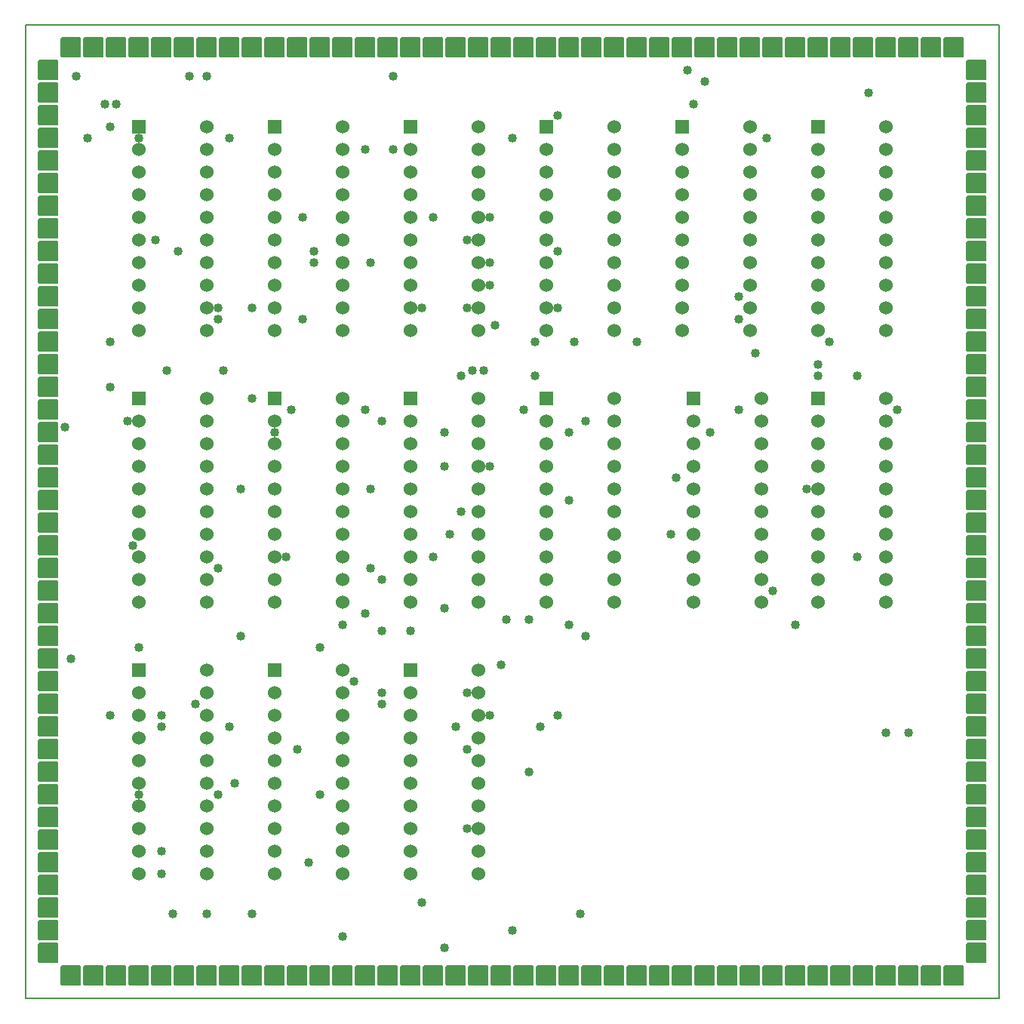
<source format=gbr>
G04 PROTEUS GERBER X2 FILE*
%TF.GenerationSoftware,Labcenter,Proteus,8.13-SP0-Build31525*%
%TF.CreationDate,2022-07-18T16:48:07+00:00*%
%TF.FileFunction,Soldermask,Bot*%
%TF.FilePolarity,Negative*%
%TF.Part,Single*%
%TF.SameCoordinates,{41493df7-e33e-458f-ac9c-d164e56dbbe3}*%
%FSLAX45Y45*%
%MOMM*%
G01*
%TA.AperFunction,Material*%
%ADD17C,1.016000*%
%AMPPAD008*
4,1,36,
-1.016000,1.143000,
1.016000,1.143000,
1.041970,1.140470,
1.065980,1.133200,
1.087580,1.121650,
1.106290,1.106290,
1.121650,1.087570,
1.133200,1.065980,
1.140470,1.041970,
1.143000,1.016000,
1.143000,-1.016000,
1.140470,-1.041970,
1.133200,-1.065980,
1.121650,-1.087570,
1.106290,-1.106290,
1.087580,-1.121650,
1.065980,-1.133200,
1.041970,-1.140470,
1.016000,-1.143000,
-1.016000,-1.143000,
-1.041970,-1.140470,
-1.065980,-1.133200,
-1.087580,-1.121650,
-1.106290,-1.106290,
-1.121650,-1.087570,
-1.133200,-1.065980,
-1.140470,-1.041970,
-1.143000,-1.016000,
-1.143000,1.016000,
-1.140470,1.041970,
-1.133200,1.065980,
-1.121650,1.087570,
-1.106290,1.106290,
-1.087580,1.121650,
-1.065980,1.133200,
-1.041970,1.140470,
-1.016000,1.143000,
0*%
%TA.AperFunction,Material*%
%ADD18PPAD008*%
%AMPPAD009*
4,1,36,
1.143000,1.016000,
1.143000,-1.016000,
1.140470,-1.041970,
1.133200,-1.065980,
1.121650,-1.087580,
1.106290,-1.106290,
1.087570,-1.121650,
1.065980,-1.133200,
1.041970,-1.140470,
1.016000,-1.143000,
-1.016000,-1.143000,
-1.041970,-1.140470,
-1.065980,-1.133200,
-1.087570,-1.121650,
-1.106290,-1.106290,
-1.121650,-1.087580,
-1.133200,-1.065980,
-1.140470,-1.041970,
-1.143000,-1.016000,
-1.143000,1.016000,
-1.140470,1.041970,
-1.133200,1.065980,
-1.121650,1.087580,
-1.106290,1.106290,
-1.087570,1.121650,
-1.065980,1.133200,
-1.041970,1.140470,
-1.016000,1.143000,
1.016000,1.143000,
1.041970,1.140470,
1.065980,1.133200,
1.087570,1.121650,
1.106290,1.106290,
1.121650,1.087580,
1.133200,1.065980,
1.140470,1.041970,
1.143000,1.016000,
0*%
%ADD19PPAD009*%
%AMPPAD010*
4,1,36,
0.762000,0.635000,
0.762000,-0.635000,
0.759470,-0.660970,
0.752200,-0.684980,
0.740650,-0.706580,
0.725290,-0.725290,
0.706570,-0.740650,
0.684980,-0.752200,
0.660970,-0.759470,
0.635000,-0.762000,
-0.635000,-0.762000,
-0.660970,-0.759470,
-0.684980,-0.752200,
-0.706570,-0.740650,
-0.725290,-0.725290,
-0.740650,-0.706580,
-0.752200,-0.684980,
-0.759470,-0.660970,
-0.762000,-0.635000,
-0.762000,0.635000,
-0.759470,0.660970,
-0.752200,0.684980,
-0.740650,0.706580,
-0.725290,0.725290,
-0.706570,0.740650,
-0.684980,0.752200,
-0.660970,0.759470,
-0.635000,0.762000,
0.635000,0.762000,
0.660970,0.759470,
0.684980,0.752200,
0.706570,0.740650,
0.725290,0.725290,
0.740650,0.706580,
0.752200,0.684980,
0.759470,0.660970,
0.762000,0.635000,
0*%
%TA.AperFunction,Material*%
%ADD70PPAD010*%
%ADD71C,1.524000*%
%TA.AperFunction,Profile*%
%ADD15C,0.203200*%
%TD.AperFunction*%
D17*
X-571500Y+1270000D03*
X-2667000Y+635000D03*
X-444500Y+1333500D03*
X-2476500Y+889000D03*
X-3048000Y+0D03*
X-2159000Y-1778000D03*
X-127000Y-1968500D03*
X-2540000Y-762000D03*
X-762000Y-1333500D03*
X-1460500Y-1016000D03*
X-1587500Y-889000D03*
X-1587500Y+0D03*
X-1905000Y-1524000D03*
X-3111500Y-3302000D03*
X-2286000Y-4191000D03*
X+1778000Y-508000D03*
X+2921000Y-1143000D03*
X+3175000Y-1524000D03*
X+2540000Y+2159000D03*
X+2540000Y+1905000D03*
X+2730500Y+1524000D03*
X+508000Y+2667000D03*
X+508000Y+4191000D03*
X-4445000Y+4318000D03*
X-4000500Y+2794000D03*
X-1587500Y+2540000D03*
X-254000Y+2286000D03*
X-254000Y+3048000D03*
X-2349500Y+1905000D03*
X-2222500Y+2540000D03*
X-2349500Y+3048000D03*
X-2413000Y-2921000D03*
X-2159000Y-3429000D03*
X-1905000Y-5016500D03*
X-4191000Y-3429000D03*
X-3175000Y-2667000D03*
X-3937000Y-2667000D03*
X-3302000Y-889000D03*
X-3048000Y-1651000D03*
X-3302000Y-3429000D03*
X-3937000Y-4064000D03*
X-2222500Y+2667000D03*
X-2921000Y+2032000D03*
X-3302000Y+2032000D03*
X-3238500Y+1333500D03*
X-3873500Y+1333500D03*
X-3810000Y-4762500D03*
X-3429000Y-4762500D03*
X-3937000Y-2540000D03*
X-4254500Y-635000D03*
X-4318000Y+762000D03*
X-2921000Y-4762500D03*
X+762000Y-4762500D03*
X+825500Y-1651000D03*
X+825500Y+762000D03*
X-3556000Y-2413000D03*
X-4508500Y-2540000D03*
X+0Y+3937000D03*
X-1460500Y+762000D03*
X-1460500Y-2286000D03*
X+127000Y+889000D03*
X+2222500Y+635000D03*
X+3873500Y+1270000D03*
X+254000Y+1270000D03*
X+3429000Y+1270000D03*
X+635000Y+635000D03*
X-635000Y-2667000D03*
X+635000Y-1524000D03*
X+317500Y-2667000D03*
X-762000Y+254000D03*
X-762000Y+635000D03*
X-1651000Y+3810000D03*
X-1333500Y+3810000D03*
X-1333500Y+4635500D03*
X+1968500Y+4699000D03*
X+1841500Y+127000D03*
X+3302000Y+0D03*
X-889000Y+3048000D03*
X-508000Y+2794000D03*
X-1016000Y+2032000D03*
X-508000Y+2032000D03*
X+3429000Y+1397000D03*
X-317500Y+1333500D03*
X-508000Y-2921000D03*
X+190500Y-3175000D03*
X+190500Y-1460500D03*
X-63500Y-1460500D03*
X-571500Y-254000D03*
X-762000Y-5143500D03*
X-254000Y+2540000D03*
X+698500Y+1651000D03*
X+1397000Y+1651000D03*
X+3556000Y+1651000D03*
X-254000Y-2540000D03*
X-698500Y-508000D03*
X+508000Y-2540000D03*
X-254000Y+254000D03*
X+0Y-4953000D03*
X+3873500Y-762000D03*
X-889000Y-762000D03*
X-508000Y-3810000D03*
X+635000Y-127000D03*
X-1460500Y-2413000D03*
X-1016000Y-4635500D03*
X-1460500Y-1587500D03*
X-3937000Y-4318000D03*
X+4318000Y+889000D03*
X-1651000Y-1397000D03*
X-1143000Y-1587500D03*
X-4191000Y+3937000D03*
X-4762500Y+3937000D03*
X-4572000Y+4318000D03*
X-3175000Y+3937000D03*
X-4508500Y+4064000D03*
X+2857500Y+3937000D03*
X-4508500Y+1143000D03*
X-4508500Y+1651000D03*
X+254000Y+1651000D03*
X-3619500Y+4635500D03*
X-4889500Y+4635500D03*
X+508000Y+2032000D03*
X-190500Y+1841500D03*
X-1651000Y+889000D03*
X-3429000Y+4635500D03*
X-3746500Y+2667000D03*
X-3302000Y+1905000D03*
X-4953000Y-1905000D03*
X-508000Y-2286000D03*
X-5016500Y+698500D03*
X-4191000Y-1778000D03*
X-1778000Y-2159000D03*
X+2159000Y+4572000D03*
X+4000500Y+4445000D03*
X+2032000Y+4318000D03*
X+2540000Y+889000D03*
X+4445000Y-2730500D03*
X+4191000Y-2730500D03*
X-2921000Y+1016000D03*
D18*
X-2921000Y+4953000D03*
X-2667000Y+4953000D03*
X-2413000Y+4953000D03*
X-2159000Y+4953000D03*
X-1905000Y+4953000D03*
X-1651000Y+4953000D03*
X-1397000Y+4953000D03*
X-1143000Y+4953000D03*
X-889000Y+4953000D03*
X-635000Y+4953000D03*
X-381000Y+4953000D03*
X-127000Y+4953000D03*
X+127000Y+4953000D03*
X+381000Y+4953000D03*
X+635000Y+4953000D03*
X+889000Y+4953000D03*
X+1143000Y+4953000D03*
X+1397000Y+4953000D03*
X+1651000Y+4953000D03*
X+1905000Y+4953000D03*
X+2159000Y+4953000D03*
X+2413000Y+4953000D03*
X+2667000Y+4953000D03*
X+2921000Y+4953000D03*
X+3175000Y+4953000D03*
X+3429000Y+4953000D03*
X+3683000Y+4953000D03*
X+3937000Y+4953000D03*
X+4191000Y+4953000D03*
X+4445000Y+4953000D03*
X+4699000Y+4953000D03*
X+4953000Y+4953000D03*
X-4953000Y+4953000D03*
X-4699000Y+4953000D03*
X-4445000Y+4953000D03*
X-4191000Y+4953000D03*
X-3937000Y+4953000D03*
X-3683000Y+4953000D03*
X-3429000Y+4953000D03*
X-3175000Y+4953000D03*
X-4953000Y-5461000D03*
X-4699000Y-5461000D03*
X-4445000Y-5461000D03*
X-4191000Y-5461000D03*
X-3937000Y-5461000D03*
X-3683000Y-5461000D03*
X-3429000Y-5461000D03*
X-3175000Y-5461000D03*
X-2921000Y-5461000D03*
X-2667000Y-5461000D03*
X-2413000Y-5461000D03*
X-2159000Y-5461000D03*
X-1905000Y-5461000D03*
X-1651000Y-5461000D03*
X-1397000Y-5461000D03*
X-1143000Y-5461000D03*
X-889000Y-5461000D03*
X-635000Y-5461000D03*
X-381000Y-5461000D03*
X-127000Y-5461000D03*
X+127000Y-5461000D03*
X+381000Y-5461000D03*
X+635000Y-5461000D03*
X+889000Y-5461000D03*
X+1143000Y-5461000D03*
X+1397000Y-5461000D03*
X+1651000Y-5461000D03*
X+1905000Y-5461000D03*
X+2159000Y-5461000D03*
X+2413000Y-5461000D03*
X+2667000Y-5461000D03*
X+2921000Y-5461000D03*
X+3175000Y-5461000D03*
X+3429000Y-5461000D03*
X+3683000Y-5461000D03*
X+3937000Y-5461000D03*
X+4191000Y-5461000D03*
X+4445000Y-5461000D03*
X+4699000Y-5461000D03*
X+4953000Y-5461000D03*
D19*
X-5207000Y+4699000D03*
X-5207000Y+4445000D03*
X-5207000Y+4191000D03*
X-5207000Y+3937000D03*
X-5207000Y+3683000D03*
X-5207000Y+3429000D03*
X-5207000Y+3175000D03*
X-5207000Y+2921000D03*
X-5207000Y+2667000D03*
X-5207000Y+2413000D03*
X-5207000Y+2159000D03*
X-5207000Y+1905000D03*
X-5207000Y+1651000D03*
X-5207000Y+1397000D03*
X-5207000Y+1143000D03*
X-5207000Y+889000D03*
X-5207000Y+635000D03*
X-5207000Y+381000D03*
X-5207000Y+127000D03*
X-5207000Y-127000D03*
X-5207000Y-381000D03*
X-5207000Y-635000D03*
X-5207000Y-889000D03*
X-5207000Y-1143000D03*
X-5207000Y-1397000D03*
X-5207000Y-1651000D03*
X-5207000Y-1905000D03*
X-5207000Y-2159000D03*
X-5207000Y-2413000D03*
X-5207000Y-2667000D03*
X-5207000Y-2921000D03*
X-5207000Y-3175000D03*
X-5207000Y-3429000D03*
X-5207000Y-3683000D03*
X-5207000Y-3937000D03*
X-5207000Y-4191000D03*
X-5207000Y-4445000D03*
X-5207000Y-4699000D03*
X-5207000Y-4953000D03*
X-5207000Y-5207000D03*
X+5207000Y+4699000D03*
X+5207000Y+4445000D03*
X+5207000Y+4191000D03*
X+5207000Y+3937000D03*
X+5207000Y+3683000D03*
X+5207000Y+3429000D03*
X+5207000Y+3175000D03*
X+5207000Y+2921000D03*
X+5207000Y+2667000D03*
X+5207000Y+2413000D03*
X+5207000Y+2159000D03*
X+5207000Y+1905000D03*
X+5207000Y+1651000D03*
X+5207000Y+1397000D03*
X+5207000Y+1143000D03*
X+5207000Y+889000D03*
X+5207000Y+635000D03*
X+5207000Y+381000D03*
X+5207000Y+127000D03*
X+5207000Y-127000D03*
X+5207000Y-381000D03*
X+5207000Y-635000D03*
X+5207000Y-889000D03*
X+5207000Y-1143000D03*
X+5207000Y-1397000D03*
X+5207000Y-1651000D03*
X+5207000Y-1905000D03*
X+5207000Y-2159000D03*
X+5207000Y-2413000D03*
X+5207000Y-2667000D03*
X+5207000Y-2921000D03*
X+5207000Y-3175000D03*
X+5207000Y-3429000D03*
X+5207000Y-3683000D03*
X+5207000Y-3937000D03*
X+5207000Y-4191000D03*
X+5207000Y-4445000D03*
X+5207000Y-4699000D03*
X+5207000Y-4953000D03*
X+5207000Y-5207000D03*
D70*
X-2667000Y+4064000D03*
D71*
X-2667000Y+3810000D03*
X-2667000Y+3556000D03*
X-2667000Y+3302000D03*
X-2667000Y+3048000D03*
X-2667000Y+2794000D03*
X-2667000Y+2540000D03*
X-2667000Y+2286000D03*
X-2667000Y+2032000D03*
X-2667000Y+1778000D03*
X-1905000Y+1778000D03*
X-1905000Y+2032000D03*
X-1905000Y+2286000D03*
X-1905000Y+2540000D03*
X-1905000Y+2794000D03*
X-1905000Y+3048000D03*
X-1905000Y+3302000D03*
X-1905000Y+3556000D03*
X-1905000Y+3810000D03*
X-1905000Y+4064000D03*
D70*
X-4191000Y+4064000D03*
D71*
X-4191000Y+3810000D03*
X-4191000Y+3556000D03*
X-4191000Y+3302000D03*
X-4191000Y+3048000D03*
X-4191000Y+2794000D03*
X-4191000Y+2540000D03*
X-4191000Y+2286000D03*
X-4191000Y+2032000D03*
X-4191000Y+1778000D03*
X-3429000Y+1778000D03*
X-3429000Y+2032000D03*
X-3429000Y+2286000D03*
X-3429000Y+2540000D03*
X-3429000Y+2794000D03*
X-3429000Y+3048000D03*
X-3429000Y+3302000D03*
X-3429000Y+3556000D03*
X-3429000Y+3810000D03*
X-3429000Y+4064000D03*
D70*
X-1143000Y+4064000D03*
D71*
X-1143000Y+3810000D03*
X-1143000Y+3556000D03*
X-1143000Y+3302000D03*
X-1143000Y+3048000D03*
X-1143000Y+2794000D03*
X-1143000Y+2540000D03*
X-1143000Y+2286000D03*
X-1143000Y+2032000D03*
X-1143000Y+1778000D03*
X-381000Y+1778000D03*
X-381000Y+2032000D03*
X-381000Y+2286000D03*
X-381000Y+2540000D03*
X-381000Y+2794000D03*
X-381000Y+3048000D03*
X-381000Y+3302000D03*
X-381000Y+3556000D03*
X-381000Y+3810000D03*
X-381000Y+4064000D03*
D70*
X-2667000Y+1016000D03*
D71*
X-2667000Y+762000D03*
X-2667000Y+508000D03*
X-2667000Y+254000D03*
X-2667000Y+0D03*
X-2667000Y-254000D03*
X-2667000Y-508000D03*
X-2667000Y-762000D03*
X-2667000Y-1016000D03*
X-2667000Y-1270000D03*
X-1905000Y-1270000D03*
X-1905000Y-1016000D03*
X-1905000Y-762000D03*
X-1905000Y-508000D03*
X-1905000Y-254000D03*
X-1905000Y+0D03*
X-1905000Y+254000D03*
X-1905000Y+508000D03*
X-1905000Y+762000D03*
X-1905000Y+1016000D03*
D70*
X-4191000Y+1016000D03*
D71*
X-4191000Y+762000D03*
X-4191000Y+508000D03*
X-4191000Y+254000D03*
X-4191000Y+0D03*
X-4191000Y-254000D03*
X-4191000Y-508000D03*
X-4191000Y-762000D03*
X-4191000Y-1016000D03*
X-4191000Y-1270000D03*
X-3429000Y-1270000D03*
X-3429000Y-1016000D03*
X-3429000Y-762000D03*
X-3429000Y-508000D03*
X-3429000Y-254000D03*
X-3429000Y+0D03*
X-3429000Y+254000D03*
X-3429000Y+508000D03*
X-3429000Y+762000D03*
X-3429000Y+1016000D03*
D70*
X-1143000Y+1016000D03*
D71*
X-1143000Y+762000D03*
X-1143000Y+508000D03*
X-1143000Y+254000D03*
X-1143000Y+0D03*
X-1143000Y-254000D03*
X-1143000Y-508000D03*
X-1143000Y-762000D03*
X-1143000Y-1016000D03*
X-1143000Y-1270000D03*
X-381000Y-1270000D03*
X-381000Y-1016000D03*
X-381000Y-762000D03*
X-381000Y-508000D03*
X-381000Y-254000D03*
X-381000Y+0D03*
X-381000Y+254000D03*
X-381000Y+508000D03*
X-381000Y+762000D03*
X-381000Y+1016000D03*
D70*
X+1905000Y+4064000D03*
D71*
X+1905000Y+3810000D03*
X+1905000Y+3556000D03*
X+1905000Y+3302000D03*
X+1905000Y+3048000D03*
X+1905000Y+2794000D03*
X+1905000Y+2540000D03*
X+1905000Y+2286000D03*
X+1905000Y+2032000D03*
X+1905000Y+1778000D03*
X+2667000Y+1778000D03*
X+2667000Y+2032000D03*
X+2667000Y+2286000D03*
X+2667000Y+2540000D03*
X+2667000Y+2794000D03*
X+2667000Y+3048000D03*
X+2667000Y+3302000D03*
X+2667000Y+3556000D03*
X+2667000Y+3810000D03*
X+2667000Y+4064000D03*
D70*
X+381000Y+4064000D03*
D71*
X+381000Y+3810000D03*
X+381000Y+3556000D03*
X+381000Y+3302000D03*
X+381000Y+3048000D03*
X+381000Y+2794000D03*
X+381000Y+2540000D03*
X+381000Y+2286000D03*
X+381000Y+2032000D03*
X+381000Y+1778000D03*
X+1143000Y+1778000D03*
X+1143000Y+2032000D03*
X+1143000Y+2286000D03*
X+1143000Y+2540000D03*
X+1143000Y+2794000D03*
X+1143000Y+3048000D03*
X+1143000Y+3302000D03*
X+1143000Y+3556000D03*
X+1143000Y+3810000D03*
X+1143000Y+4064000D03*
D70*
X+3429000Y+4064000D03*
D71*
X+3429000Y+3810000D03*
X+3429000Y+3556000D03*
X+3429000Y+3302000D03*
X+3429000Y+3048000D03*
X+3429000Y+2794000D03*
X+3429000Y+2540000D03*
X+3429000Y+2286000D03*
X+3429000Y+2032000D03*
X+3429000Y+1778000D03*
X+4191000Y+1778000D03*
X+4191000Y+2032000D03*
X+4191000Y+2286000D03*
X+4191000Y+2540000D03*
X+4191000Y+2794000D03*
X+4191000Y+3048000D03*
X+4191000Y+3302000D03*
X+4191000Y+3556000D03*
X+4191000Y+3810000D03*
X+4191000Y+4064000D03*
D70*
X+2032000Y+1016000D03*
D71*
X+2032000Y+762000D03*
X+2032000Y+508000D03*
X+2032000Y+254000D03*
X+2032000Y+0D03*
X+2032000Y-254000D03*
X+2032000Y-508000D03*
X+2032000Y-762000D03*
X+2032000Y-1016000D03*
X+2032000Y-1270000D03*
X+2794000Y-1270000D03*
X+2794000Y-1016000D03*
X+2794000Y-762000D03*
X+2794000Y-508000D03*
X+2794000Y-254000D03*
X+2794000Y+0D03*
X+2794000Y+254000D03*
X+2794000Y+508000D03*
X+2794000Y+762000D03*
X+2794000Y+1016000D03*
D70*
X+381000Y+1016000D03*
D71*
X+381000Y+762000D03*
X+381000Y+508000D03*
X+381000Y+254000D03*
X+381000Y+0D03*
X+381000Y-254000D03*
X+381000Y-508000D03*
X+381000Y-762000D03*
X+381000Y-1016000D03*
X+381000Y-1270000D03*
X+1143000Y-1270000D03*
X+1143000Y-1016000D03*
X+1143000Y-762000D03*
X+1143000Y-508000D03*
X+1143000Y-254000D03*
X+1143000Y+0D03*
X+1143000Y+254000D03*
X+1143000Y+508000D03*
X+1143000Y+762000D03*
X+1143000Y+1016000D03*
D70*
X+3429000Y+1016000D03*
D71*
X+3429000Y+762000D03*
X+3429000Y+508000D03*
X+3429000Y+254000D03*
X+3429000Y+0D03*
X+3429000Y-254000D03*
X+3429000Y-508000D03*
X+3429000Y-762000D03*
X+3429000Y-1016000D03*
X+3429000Y-1270000D03*
X+4191000Y-1270000D03*
X+4191000Y-1016000D03*
X+4191000Y-762000D03*
X+4191000Y-508000D03*
X+4191000Y-254000D03*
X+4191000Y+0D03*
X+4191000Y+254000D03*
X+4191000Y+508000D03*
X+4191000Y+762000D03*
X+4191000Y+1016000D03*
D70*
X-2667000Y-2032000D03*
D71*
X-2667000Y-2286000D03*
X-2667000Y-2540000D03*
X-2667000Y-2794000D03*
X-2667000Y-3048000D03*
X-2667000Y-3302000D03*
X-2667000Y-3556000D03*
X-2667000Y-3810000D03*
X-2667000Y-4064000D03*
X-2667000Y-4318000D03*
X-1905000Y-4318000D03*
X-1905000Y-4064000D03*
X-1905000Y-3810000D03*
X-1905000Y-3556000D03*
X-1905000Y-3302000D03*
X-1905000Y-3048000D03*
X-1905000Y-2794000D03*
X-1905000Y-2540000D03*
X-1905000Y-2286000D03*
X-1905000Y-2032000D03*
D70*
X-4191000Y-2032000D03*
D71*
X-4191000Y-2286000D03*
X-4191000Y-2540000D03*
X-4191000Y-2794000D03*
X-4191000Y-3048000D03*
X-4191000Y-3302000D03*
X-4191000Y-3556000D03*
X-4191000Y-3810000D03*
X-4191000Y-4064000D03*
X-4191000Y-4318000D03*
X-3429000Y-4318000D03*
X-3429000Y-4064000D03*
X-3429000Y-3810000D03*
X-3429000Y-3556000D03*
X-3429000Y-3302000D03*
X-3429000Y-3048000D03*
X-3429000Y-2794000D03*
X-3429000Y-2540000D03*
X-3429000Y-2286000D03*
X-3429000Y-2032000D03*
D70*
X-1143000Y-2032000D03*
D71*
X-1143000Y-2286000D03*
X-1143000Y-2540000D03*
X-1143000Y-2794000D03*
X-1143000Y-3048000D03*
X-1143000Y-3302000D03*
X-1143000Y-3556000D03*
X-1143000Y-3810000D03*
X-1143000Y-4064000D03*
X-1143000Y-4318000D03*
X-381000Y-4318000D03*
X-381000Y-4064000D03*
X-381000Y-3810000D03*
X-381000Y-3556000D03*
X-381000Y-3302000D03*
X-381000Y-3048000D03*
X-381000Y-2794000D03*
X-381000Y-2540000D03*
X-381000Y-2286000D03*
X-381000Y-2032000D03*
D15*
X-5461000Y-5715000D02*
X+5461000Y-5715000D01*
X+5461000Y+5207000D01*
X-5461000Y+5207000D01*
X-5461000Y-5715000D01*
M02*

</source>
